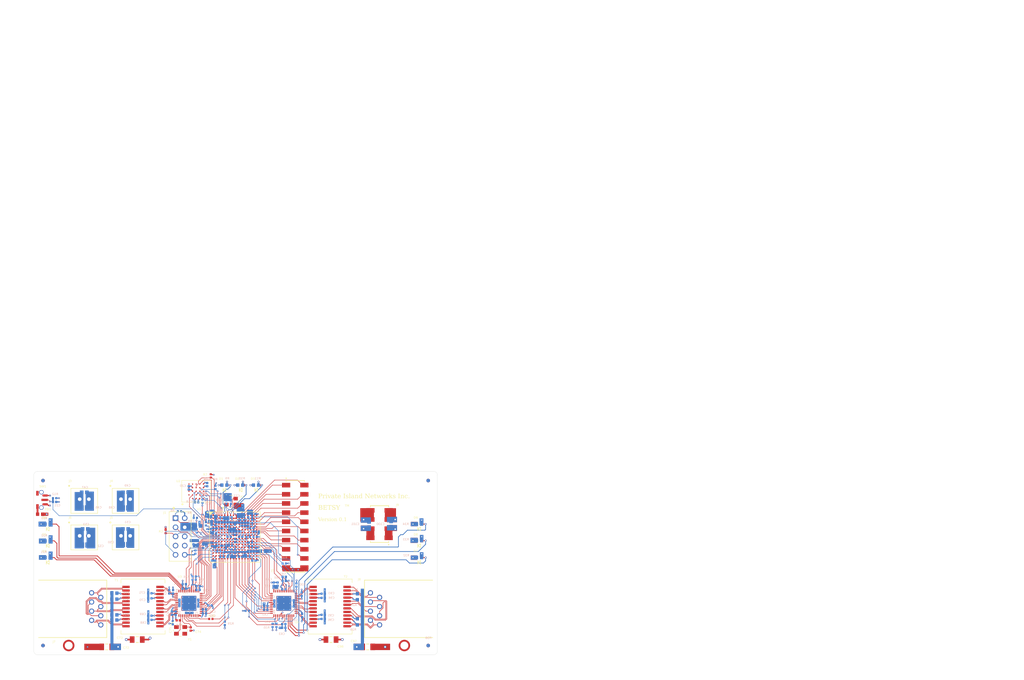
<source format=kicad_pcb>
(kicad_pcb
	(version 20241229)
	(generator "pcbnew")
	(generator_version "9.0")
	(general
		(thickness 1.59256)
		(legacy_teardrops no)
	)
	(paper "A4")
	(layers
		(0 "F.Cu" signal "Top Layer")
		(4 "In1.Cu" power "GND Plane")
		(6 "In2.Cu" power "Power")
		(2 "B.Cu" signal "Bottom Layer")
		(9 "F.Adhes" user "F.Adhesive")
		(11 "B.Adhes" user "B.Adhesive")
		(13 "F.Paste" user "Top Paste")
		(15 "B.Paste" user "Bottom Paste")
		(5 "F.SilkS" user "Top Overlay")
		(7 "B.SilkS" user "Bottom Overlay")
		(1 "F.Mask" user "Top Solder")
		(3 "B.Mask" user "Bottom Solder")
		(17 "Dwgs.User" user "User.Drawings")
		(19 "Cmts.User" user "User.Comments")
		(21 "Eco1.User" user "User.Eco1")
		(23 "Eco2.User" user "User.Eco2")
		(25 "Edge.Cuts" user)
		(27 "Margin" user)
		(31 "F.CrtYd" user "Courtyard Top")
		(29 "B.CrtYd" user "Courtyard Bottom")
		(35 "F.Fab" user "Bottom 3D Body")
		(33 "B.Fab" user "Component Body Outline")
		(39 "User.1" user "Top 3D Body")
		(41 "User.2" user "Assembly Top")
		(43 "User.3" user "Assembly Bottom")
		(45 "User.4" user "Dimensions")
		(49 "User.6" user "Fabrication Notes")
		(51 "User.7" user "Top Assembly")
		(53 "User.8" user "Bottom Assembly")
		(57 "User.10" user "Mechanical 10")
		(59 "User.11" user "Design Information")
		(61 "User.12" user "Mechanical 14")
		(63 "User.13" user "Courtyard")
		(65 "User.14" user "Mechanical 16")
	)
	(setup
		(pad_to_mask_clearance 0.03)
		(allow_soldermask_bridges_in_footprints no)
		(tenting front back)
		(aux_axis_origin 97.7011 130.4036)
		(grid_origin 97.7011 130.4036)
		(pcbplotparams
			(layerselection 0x00000000_00000000_55555555_5755f5ff)
			(plot_on_all_layers_selection 0x00000000_00000000_00000000_00000000)
			(disableapertmacros no)
			(usegerberextensions no)
			(usegerberattributes yes)
			(usegerberadvancedattributes yes)
			(creategerberjobfile yes)
			(dashed_line_dash_ratio 12.000000)
			(dashed_line_gap_ratio 3.000000)
			(svgprecision 4)
			(plotframeref no)
			(mode 1)
			(useauxorigin no)
			(hpglpennumber 1)
			(hpglpenspeed 20)
			(hpglpendiameter 15.000000)
			(pdf_front_fp_property_popups yes)
			(pdf_back_fp_property_popups yes)
			(pdf_metadata yes)
			(pdf_single_document no)
			(dxfpolygonmode yes)
			(dxfimperialunits yes)
			(dxfusepcbnewfont yes)
			(psnegative no)
			(psa4output no)
			(plot_black_and_white yes)
			(sketchpadsonfab no)
			(plotpadnumbers no)
			(hidednponfab no)
			(sketchdnponfab yes)
			(crossoutdnponfab yes)
			(subtractmaskfromsilk no)
			(outputformat 1)
			(mirror no)
			(drillshape 1)
			(scaleselection 1)
			(outputdirectory "")
		)
	)
	(property "ADDRESS1" "")
	(property "ADDRESS2" "https://privateisland.tech")
	(property "ADDRESS3" "Saint Augustine, FL 32086")
	(property "ADDRESS4" "USA")
	(property "CONFIGURATIONPARAMETERS" "")
	(property "CONFIGURATORNAME" "")
	(property "DOCUMENTNUMBER" "")
	(property "ISUSERCONFIGURABLE" "")
	(property "ORGANIZATION" "Private Island Networks")
	(property "SHEETSYMBOLDESIGNATOR" "")
	(property "SHEETTOTAL" "")
	(property "SPICEMODELCACHE" "")
	(property "VERSIONCONTROL_PROJFOLDERREVNUMBER" "")
	(property "VERSIONCONTROL_PROJFOLDERREVNUMBERSHORT" "")
	(property "VERSIONCONTROL_REVNUMBER" "")
	(property "VERSIONCONTROL_REVNUMBERSHORT" "")
	(net 0 "")
	(net 1 "NetU2_C5")
	(net 2 "NetU2_B5")
	(net 3 "NetU2_B1")
	(net 4 "NetU2_A5")
	(net 5 "NetU2_A4")
	(net 6 "NetU2_A3")
	(net 7 "NetU2_A2")
	(net 8 "FLASH_D1_R")
	(net 9 "NetR38_2")
	(net 10 "CLK_25MHZ")
	(net 11 "PHY1_MDC")
	(net 12 "PHY0_MDC")
	(net 13 "VCCD2")
	(net 14 "V1_0")
	(net 15 "PHY1_LED2")
	(net 16 "PHY0_LED2")
	(net 17 "NetD9_1")
	(net 18 "NetD8_1")
	(net 19 "NetD7_1")
	(net 20 "NetD6_1")
	(net 21 "NetD5_1")
	(net 22 "NetD4_1")
	(net 23 "PHY2_RESET#")
	(net 24 "PHY2_MDIO")
	(net 25 "PHY2_MDC")
	(net 26 "PHY2_INTN")
	(net 27 "PHY2_GPIO0")
	(net 28 "PHY2_GPIO1")
	(net 29 "FLASH_DQS")
	(net 30 "FLASH_D7")
	(net 31 "FLASH_D6")
	(net 32 "FLASH_D5")
	(net 33 "FLASH_D4")
	(net 34 "FLASH_D3")
	(net 35 "FLASH_D2")
	(net 36 "FLASH_D1")
	(net 37 "FLASH_D0")
	(net 38 "FLASH_SEL#")
	(net 39 "FLASH_CLK")
	(net 40 "nSTATUS")
	(net 41 "nCONFIG")
	(net 42 "CONF_DONE")
	(net 43 "PHY0_RESET#")
	(net 44 "PHY2_RGMII_TX_D0")
	(net 45 "PHY2_RGMII_TX_CLK")
	(net 46 "PHY2_RGMII_TX_D1")
	(net 47 "PHY2_RGMII_TX_D2")
	(net 48 "PHY2_RGMII_TX_CTL")
	(net 49 "PHY2_RGMII_TX_D3")
	(net 50 "PHY2_RGMII_RX_D2")
	(net 51 "PHY2_RGMII_RX_D3")
	(net 52 "PHY2_RGMII_RX_D1")
	(net 53 "PHY2_RGMII_RX_D0")
	(net 54 "PHY2_RGMII_RX_CTL")
	(net 55 "PHY2_RGMII_RX_CLK")
	(net 56 "V3_3")
	(net 57 "PHY1_RGMII_TX_D3")
	(net 58 "PHY1_RGMII_TX_D2")
	(net 59 "PHY1_RGMII_TX_CTL")
	(net 60 "PHY1_RGMII_TX_CLK")
	(net 61 "PHY1_RGMII_RX_CTL")
	(net 62 "PHY1_RGMII_RX_CLK")
	(net 63 "PHY0_RGMII_TX_D3")
	(net 64 "PHY0_RGMII_TX_D2")
	(net 65 "PHY0_RGMII_TX_CTL")
	(net 66 "PHY0_RGMII_TX_CLK")
	(net 67 "PHY0_RGMII_RX_CLK")
	(net 68 "PHY0_CLK")
	(net 69 "NetD3_1")
	(net 70 "NetD1_1")
	(net 71 "NetFB1_2")
	(net 72 "NetD2_1")
	(net 73 "FPGA_RST#")
	(net 74 "EGND1")
	(net 75 "PHY1_CLKI")
	(net 76 "V2_5")
	(net 77 "VCCD1")
	(net 78 "V1_2")
	(net 79 "VCCA")
	(net 80 "FPGA_LED0")
	(net 81 "FPGA_LED1")
	(net 82 "FPGA_LED2")
	(net 83 "PHY1_RGMII_TX_D1")
	(net 84 "PHY1_RGMII_TX_D0")
	(net 85 "PHY1_TD_D_P")
	(net 86 "PHY1_TD_D_N")
	(net 87 "PHY1_TD_C_P")
	(net 88 "PHY1_TD_C_N")
	(net 89 "PHY1_TD_B_P")
	(net 90 "PHY1_TD_B_N")
	(net 91 "PHY1_TD_A_P")
	(net 92 "PHY1_TD_A_N")
	(net 93 "PHY1_RGMII_RX_D2")
	(net 94 "PHY1_RGMII_RX_D3")
	(net 95 "PHY1_RESET#")
	(net 96 "PHY1_RBIAS")
	(net 97 "PHY1_MDIO")
	(net 98 "PHY1_LED1")
	(net 99 "PHY1_LED0")
	(net 100 "PHY1_INTN")
	(net 101 "PHY1_GPIO1")
	(net 102 "PHY1_GPIO0")
	(net 103 "PHY1_DD_P")
	(net 104 "PHY1_DD_N")
	(net 105 "PHY1_DC_P")
	(net 106 "PHY1_DC_N")
	(net 107 "PHY1_DB_P")
	(net 108 "PHY1_DB_N")
	(net 109 "PHY1_DA_P")
	(net 110 "PHY1_DA_N")
	(net 111 "PHY1_CLKO")
	(net 112 "PHY1_RGMII_RX_D0")
	(net 113 "PHY1_RGMII_RX_D1")
	(net 114 "PHY0_XO")
	(net 115 "PHY0_XI")
	(net 116 "PHY0_RGMII_TX_D1")
	(net 117 "PHY0_RGMII_TX_D0")
	(net 118 "PHY0_TD_D_P")
	(net 119 "PHY0_TD_D_N")
	(net 120 "PHY0_TD_C_P")
	(net 121 "PHY0_TD_C_N")
	(net 122 "PHY0_TD_B_P")
	(net 123 "PHY0_TD_B_N")
	(net 124 "PHY0_TD_A_P")
	(net 125 "PHY0_TD_A_N")
	(net 126 "PHY0_RGMII_RX_D2")
	(net 127 "PHY0_RGMII_RX_D3")
	(net 128 "PHY0_RBIAS")
	(net 129 "PHY0_MDIO")
	(net 130 "PHY0_LED1")
	(net 131 "PHY0_LED0")
	(net 132 "PHY0_INTN")
	(net 133 "PHY0_GPIO1")
	(net 134 "PHY0_GPIO0")
	(net 135 "PHY0_DD_P")
	(net 136 "PHY0_DD_N")
	(net 137 "PHY0_DC_P")
	(net 138 "PHY0_DC_N")
	(net 139 "PHY0_DB_P")
	(net 140 "PHY0_DB_N")
	(net 141 "PHY0_DA_P")
	(net 142 "PHY0_DA_N")
	(net 143 "PHY0_CLK_OUT")
	(net 144 "PHY0_RGMII_RX_D0")
	(net 145 "PHY0_RGMII_RX_D1")
	(net 146 "PHY0_RGMII_RX_CTL")
	(net 147 "NetR28_1")
	(net 148 "NetR27_1")
	(net 149 "NetR26_1")
	(net 150 "NetR25_1")
	(net 151 "NetR16_1")
	(net 152 "NetR15_1")
	(net 153 "NetR14_1")
	(net 154 "NetR13_1")
	(net 155 "NetC97_1")
	(net 156 "NetC96_1")
	(net 157 "NetC95_1")
	(net 158 "NetC94_1")
	(net 159 "NetC93_1")
	(net 160 "NetC72_1")
	(net 161 "NetC71_1")
	(net 162 "NetC70_1")
	(net 163 "NetC69_1")
	(net 164 "NetC68_1")
	(net 165 "GND")
	(net 166 "FPGA_TMS")
	(net 167 "FPGA_TDO")
	(net 168 "FPGA_TDI")
	(net 169 "FPGA_TCK")
	(net 170 "EGND")
	(footprint "mc_parts:LED1608X06" (layer "F.Cu") (at 199.3011 103.4796))
	(footprint "mc_parts:LED1608X06" (layer "F.Cu") (at 154.1971 83.4136))
	(footprint "mc_parts:OSCF_320X250X120" (layer "F.Cu") (at 147.2311 87.9734))
	(footprint "mc_parts:LED1608X06" (layer "F.Cu") (at 96.4311 103.4796))
	(footprint "mc_parts:BGA256C80P16X16_1400X1400X150" (layer "F.Cu") (at 148.3011 97.8036))
	(footprint "mc_parts:CAPC3216X120" (layer "F.Cu") (at 112.8141 128.2446 180))
	(footprint "mc_parts:HLE-110-02-L-DV-A-K" (layer "F.Cu") (at 165.0111 94.8436 -90))
	(footprint "mc_parts:TSW-105-07-F-D"
		(layer "F.Cu")
		(uuid "3b11a22a-f2ac-4554-9917-62e37160e107")
		(at 133.1341 97.6376 -90)
		(property "Reference" "J1"
			(at -6.55393 4.267715 0)
			(unlocked yes)
			(layer "F.SilkS")
			(uuid "687efdae-b243-4ab1-ba2b-8693172446b1")
			(effects
				(font
					(face "Liberation Sans")
					(size 0.6 0.6)
					(thickness 0.254)
				)
			)
			(render_cache "J1" 0
				(polygon
					(pts
						(xy 128.657008 91.15872) (xy 128.655841 91.182225) (xy 128.652358 91.203238) (xy 128.647169 91.220252)
						(xy 128.640089 91.235133) (xy 128.631807 91.247061) (xy 128.62192 91.257097) (xy 128.598184 91.27112)
						(xy 128.567862 91.277857) (xy 128.555379 91.278374) (xy 128.537454 91.277246) (xy 128.521715 91.274037)
						(xy 128.495983 91.262298) (xy 128.476273 91.244083) (xy 128.461548 91.219267) (xy 128.457926 91.210121)
						(xy 128.453288 91.201487) (xy 128.447378 91.19512) (xy 128.432346 91.188201) (xy 128.423488 91.187369)
						(xy 128.40418 91.19074) (xy 128.387755 91.201006) (xy 128.381696 91.208837) (xy 128.377761 91.218068)
						(xy 128.376446 91.227816) (xy 128.378974 91.242141) (xy 128.388732 91.263004) (xy 128.402131 91.283953)
						(xy 128.415265 91.299419) (xy 128.431241 91.313914) (xy 128.435248 91.316989) (xy 128.451646 91.327412)
						(xy 128.470489 91.336341) (xy 128.490665 91.343141) (xy 128.513198 91.34807) (xy 128.556221 91.351427)
						(xy 128.582332 91.350258) (xy 128.606602 91.346762) (xy 128.627768 91.341347) (xy 128.647208 91.333892)
						(xy 128.664106 91.324892) (xy 128.679357 91.314063) (xy 128.692592 91.30177) (xy 128.704196 91.287766)
						(xy 128.722368 91.254684) (xy 128.733791 91.213858) (xy 128.737645 91.166303) (xy 128.737645 90.713038)
						(xy 128.736514 90.703125) (xy 128.733288 90.694934) (xy 128.721838 90.683748) (xy 128.703601 90.678659)
						(xy 128.698994 90.678489) (xy 128.686017 90.679672) (xy 128.674906 90.683263) (xy 128.667237 90.688274)
						(xy 128.661519 90.69512) (xy 128.658257 90.702917) (xy 128.657014 90.712275) (xy 128.657008 90.713038)
					)
				)
				(polygon
					(pts
						(xy 129.147313 90.76323) (xy 129.146037 90.736801) (xy 129.141788 90.716423) (xy 129.136929 90.705789)
						(xy 129.13024 90.697444) (xy 129.113055 90.687623) (xy 129.085353 90.683344) (xy 129.076752 90.683179)
						(xy 129.069168 90.683179) (xy 128.961677 90.685707) (xy 128.952001 90.687197) (xy 128.943595 90.69073)
						(xy 128.930855 90.703234) (xy 128.924897 90.721855) (xy 128.924711 90.726153) (xy 128.92912 90.744367)
						(xy 128.934463 90.752104) (xy 128.941598 90.758234) (xy 128.949928 90.762231) (xy 128.959504 90.764013)
						(xy 128.961677 90.764072) (xy 128.963325 90.764072) (xy 129.042313 90.761544) (xy 129.045647 90.761544)
						(xy 129.056193 90.762787) (xy 129.062835 90.766794) (xy 129.067113 90.778382) (xy 129.067519 90.786787)
						(xy 129.067519 91.309039) (xy 129.06866 91.319253) (xy 129.071952 91.327727) (xy 129.083552 91.3391)
						(xy 129.102137 91.344219) (xy 129.106977 91.344393) (xy 129.118802 91.343215) (xy 129.129167 91.339659)
						(xy 129.136728 91.334525) (xy 129.142483 91.327493) (xy 129.145895 91.319384) (xy 129.147292 91.309652)
						(xy 129.147313 91.308196)
					)
				)
			)
		)
		(property "Value" "TSW-105-07-F-D"
			(at 9.693402 -7.680175 0)
			(unlocked yes)
			(layer "F.SilkS")
			(hide yes)
			(uuid "4762a584-916e-447a-85be-cd9ea2611f6f")
			(effects
				(font
					(size 1.524 1.524)
					(thickness 0.254)
				)
			)
		)
		(property "Datasheet" ""
			(at 0 0 270)
			(layer "F.Fab")
			(hide yes)
			(uuid "4849e59b-b8ea-4206-9547-398c63f8fd3a")
			(effects
				(font
					(size 1.27 1.27)
					(thickness 0.15)
				)
			)
		)
		(property "Description" ""
			(at 0 0 270)
			(layer "F.Fab")
			(hide yes)
			(uuid "1ad976dd-bb3e-4f5b-b8d7-3d1079f3f41e")
			(effects
				(font
					(size 1.27 1.27)
					(thickness 0.15)
				)
			)
		)
		(path "/eecd6f3d-b78e-4725-b102-1fbfce1617c7/63ea14d6-51fa-4046-b93e-4e8cf47e874d")
		(sheetname "Configuration")
		(sheetfile "Configuration.kicad_sch")
		(fp_line
			(start -6.858 3.048)
			(end -6.858 -3.048)
			(stroke
				(width 0.127)
				(type solid)
			)
			(layer "F.SilkS")
			(uuid "46007823-92e3-4ddc-b3a6-d3b2f40b9472")
		)
		(fp_line
			(start 6.858 3.048)
			(end -6.858 3.048)
			(stroke
				(width 0.127)
				(type solid)
			)
			(layer "F.SilkS")
			(uuid "486560cf-95af-4f0e-b55f-cd401f3360c9")
		)
		(fp_line
			(start 6.858 3.048)
			(end 6.858 -3.048)
			(stroke
				(width 0.127)
				(type solid)
			)
			(layer "F.SilkS")
			(uuid "6e018307-574f-4867-bad7-13cbf3b78672")
		)
		(fp_line
			(start 6.858 -3.048)
			(end -6.858 -3.048)
			(stroke
				(width 0.127)
				(type solid)
			)
			(layer "F.SilkS")
			(uuid "b93feb67-884f-432c-ae3d-44f3832d7671")
		)
		(fp_circle
			(center -7.874 1.778)
			(end -7.9502 1.778)
			(stroke
				(width 0.254)
				(type solid)
			)
			(fill no)
			(layer "F.SilkS")
			(uuid "59ea8a27-1dfc-4576-9862-5d4360dd1af8")
		)
		(fp_line
			(start -6.858 3.048)
			(end -6.858 -3)
			(stroke
				(width 0.05)
				(type solid)
			)
			(layer "F.CrtYd")
			(uuid "89dd2aff-c5c2-44a9-b2d3-31b32e41067b")
		)
		(fp_line
			(start 6.858 3.048)
			(end -6.858 3.048)
			(stroke
				(width 0.05)
				(type solid)
			)
			(layer "F.CrtYd")
			(uuid "435e021d-e657-4a31-9479-0267b00c589f")
		)
		(fp_line
			(start 6.858 3.048)
			(end 6.858 -3.048)
			(stroke
				(width 0.05)
				(type solid)
			)
			(layer "F.CrtYd")
			(uuid "a50ca545-817f-4e24-a03c-2f8488f0b8b8")
		)
		(fp_line
			(start 6.858 -3.048)
			(end -6.858 -3.048)
			(stroke
				(width 0.05)
				(type solid)
			)
			(layer "F.CrtYd")
			(uuid "81d898c6-14d5-4367-99cd-60983d96af62")
		)
		(fp_circle
			(center -7.874 1.778)
			(end -8.001 1.778)
			(stroke
				(width 0.254)
				(type solid)
			)
			(fill no)
			(layer "User.1")
			(uuid "bf024ee4-4f7f-47be-90af-28d506611987")
		)
		(fp_line
			(start -6.35 2.54)
			(end -6.35 -2.54)
			(stroke
				(width 0.1)
				(type solid)
			)
			(layer "User.2")
			(uuid "6a23775c-d3dc-40df-8cb7-507dac8df976")
		)
		(fp_line
			(start 6.35 2.54)
			(end -6.35 2.54)
			(stroke
				(width 0.1)
				(type solid)
			)
			(layer "User.2")
			(uuid "62684ead-b8b3-4495-9ae7-f8ec4139dac0")
		)
		(fp_line
			(start 6.35 2.54)
			(end 6.35 -2.54)
			(stroke
				(width 0.1)
				(type solid)
			)
			(layer "User.2")
			(uuid "7b6dbaca-d461-4e0c-9de3-1f48443be616")
		)
		(fp_line
			(start 6.35 -2.54)
			(end -6.35 -2.54)
			(stroke
				(width 0.1)
				(type solid)
			)
			(layer "User.2")
			(uuid "fec55711-e4cd-4777-8c70-ac4448e8a3ed")
		)
		(pad "1" thru_hole rect
			(at -5.08 1.27 270)
			(size 1.524 1.524)
			(drill 1.016)
			(layers "*.Cu" "*.Mask")
			(remove_unused_layers no)
			(net 169 "FPGA_TCK")
			(solder_mask_margin 0.127)
			(uuid "b68e9b72-f8f1-4989-aff7-2d383f4da43e")
		)
		(pad "2" thru_hole circle
			(at -5.08 -1.27 270)
			(size 1.524 1.524)
			(drill 1.016)
			(layers "*.Cu" "*.Mask")
			(remove_unused_layers no)
			(net 165 "GND")
			(solder_mask_margin 0.127)
			(thermal_bridge_angle 90)
			(uuid "b081d7d7-8e10-4b2a-985f-34bab9086a8f")
		)
		(pad "3" thru_hole circle
			(at -2.54 1.27 270)
			(size 1.524 1.524)
			(drill 1.016)
			(layers "*.Cu" "*.Mask")
			(remove_unused_layers no)
			(net 167 "FPGA_TDO")
			(solder_mask_margin 0.127)
			(thermal_bridge_angle 90)
			(uuid "fb6b5268-981f-4709-bedd-252e98e5361f")
		)
		(pad "4" thru_hole circle
			(at -2.54 -1.27 270)
			(size 1.524 1.524)
			(drill 1.016)
			(layers "*.Cu" "*.Mask")
			(remove_unused_layers no)
			(net 76 "V2_5")
			(solder_mask_margin 0.127)
			(thermal_bridge_angle 90)
			(uuid "0d94b4c0-c
... [3589848 chars truncated]
</source>
